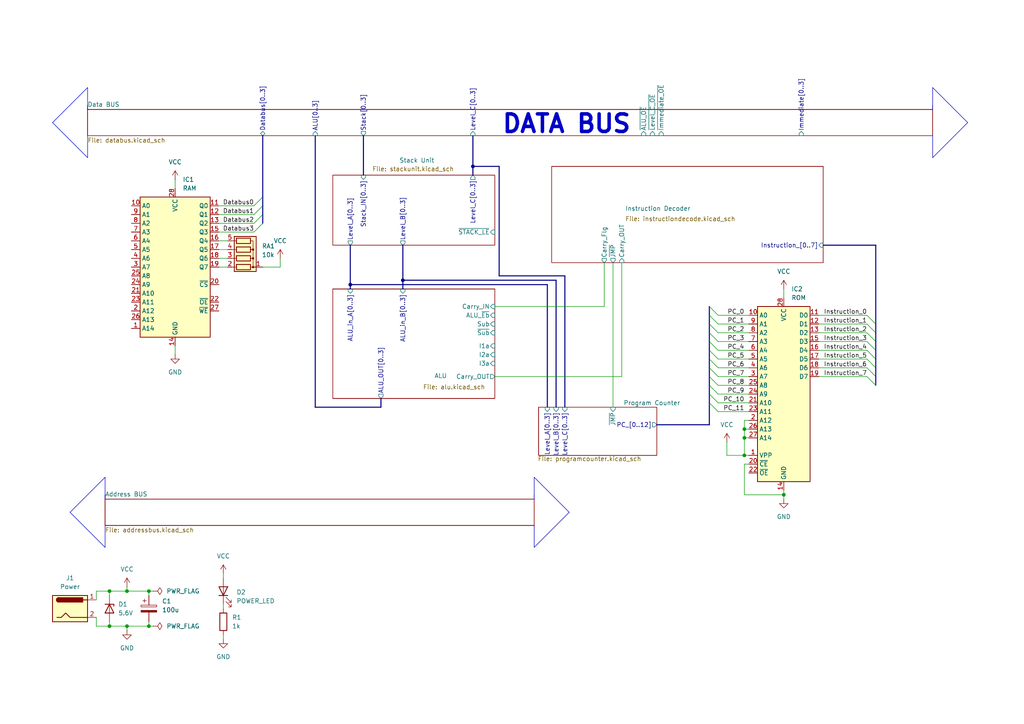
<source format=kicad_sch>
(kicad_sch (version 20231120) (generator "eeschema") (generator_version "8.0")
  (paper "A4")
  (title_block (title "CPU"))
  (lib_symbols
    (symbol "Connector:Barrel_Jack" (pin_names (offset 1.016))
      (property "Reference" "J" (at 0 5.334 0))
      (property "Value" "Barrel_Jack" (at 0 -5.08 0))
      (symbol "Barrel_Jack_0_1"
        (rectangle (start -5.08 3.81) (end 5.08 -3.81) (stroke (width 0.254)) (fill (type background)))
        (arc (start -3.302 3.175) (mid -3.9343 2.54) (end -3.302 1.905) (stroke (width 0.254)))
        (arc (start -3.302 3.175) (mid -3.9343 2.54) (end -3.302 1.905) (stroke (width 0.254)) (fill (type outline)))
        (polyline (pts (xy 5.08 2.54) (xy 3.81 2.54)) (stroke (width 0.254)))
        (polyline (pts (xy -3.81 -2.54) (xy -2.54 -2.54) (xy -1.27 -1.27) (xy 0 -2.54) (xy 2.54 -2.54) (xy 5.08 -2.54)) (stroke (width 0.254)))
        (rectangle (start 3.683 3.175) (end -3.302 1.905) (stroke (width 0.254)) (fill (type outline)))
      )
      (symbol "Barrel_Jack_1_1"
        (pin passive line (at 7.62 2.54 180) (length 2.54) (name "~") (number "1"))
        (pin passive line (at 7.62 -2.54 180) (length 2.54) (name "~") (number "2"))
      )
    )
    (symbol "Device:C_Polarized" (pin_numbers hide) (pin_names (offset 0.254))
      (property "Reference" "C" (at 0.635 2.54 0))
      (property "Value" "C_Polarized" (at 0.635 -2.54 0))
      (symbol "C_Polarized_0_1"
        (rectangle (start -2.286 0.508) (end 2.286 1.016))
        (polyline (pts (xy -1.778 2.286) (xy -0.762 2.286)))
        (polyline (pts (xy -1.27 2.794) (xy -1.27 1.778)))
        (rectangle (start 2.286 -0.508) (end -2.286 -1.016) (fill (type outline)))
      )
      (symbol "C_Polarized_1_1"
        (pin passive line (at 0 3.81 270) (length 2.794) (name "~") (number "1"))
        (pin passive line (at 0 -3.81 90) (length 2.794) (name "~") (number "2"))
      )
    )
    (symbol "Device:D_Zener" (pin_numbers hide) (pin_names (offset 1.016) hide)
      (property "Reference" "D" (at 0 2.54 0))
      (property "Value" "D_Zener" (at 0 -2.54 0))
      (symbol "D_Zener_0_1"
        (polyline (pts (xy 1.27 0) (xy -1.27 0)))
        (polyline (pts (xy -1.27 -1.27) (xy -1.27 1.27) (xy -0.762 1.27)) (stroke (width 0.254)))
        (polyline (pts (xy 1.27 -1.27) (xy 1.27 1.27) (xy -1.27 0) (xy 1.27 -1.27)) (stroke (width 0.254)))
      )
      (symbol "D_Zener_1_1"
        (pin passive line (at -3.81 0 0) (length 2.54) (name "K") (number "1"))
        (pin passive line (at 3.81 0 180) (length 2.54) (name "A") (number "2"))
      )
    )
    (symbol "Device:LED" (pin_numbers hide) (pin_names (offset 1.016) hide)
      (property "Reference" "D" (at 0 2.54 0))
      (property "Value" "LED" (at 0 -2.54 0))
      (symbol "LED_0_1"
        (polyline (pts (xy -1.27 -1.27) (xy -1.27 1.27)) (stroke (width 0.254)))
        (polyline (pts (xy -1.27 0) (xy 1.27 0)))
        (polyline (pts (xy 1.27 -1.27) (xy 1.27 1.27) (xy -1.27 0) (xy 1.27 -1.27)) (stroke (width 0.254)))
        (polyline (pts (xy -3.048 -0.762) (xy -4.572 -2.286) (xy -3.81 -2.286) (xy -4.572 -2.286) (xy -4.572 -1.524)))
        (polyline (pts (xy -1.778 -0.762) (xy -3.302 -2.286) (xy -2.54 -2.286) (xy -3.302 -2.286) (xy -3.302 -1.524)))
      )
      (symbol "LED_1_1"
        (pin passive line (at -3.81 0 0) (length 2.54) (name "K") (number "1"))
        (pin passive line (at 3.81 0 180) (length 2.54) (name "A") (number "2"))
      )
    )
    (symbol "Device:R" (pin_numbers hide) (pin_names (offset 0))
      (property "Reference" "R" (at 2.032 0 90))
      (property "Value" "R" (at 0 0 90))
      (symbol "R_0_1"
        (rectangle (start -1.016 -2.54) (end 1.016 2.54) (stroke (width 0.254)))
      )
      (symbol "R_1_1"
        (pin passive line (at 0 3.81 270) (length 1.27) (name "~") (number "1"))
        (pin passive line (at 0 -3.81 90) (length 1.27) (name "~") (number "2"))
      )
    )
    (symbol "Device:R_Network04" (pin_names (offset 0) hide)
      (property "Reference" "RN" (at -7.62 0 90))
      (property "Value" "R_Network04" (at 5.08 0 90))
      (symbol "R_Network04_0_1"
        (rectangle (start -6.35 -3.175) (end 3.81 3.175) (stroke (width 0.254)) (fill (type background)))
        (rectangle (start -5.842 1.524) (end -4.318 -2.54) (stroke (width 0.254)))
        (circle (center -5.08 2.286) (radius 0.254) (fill (type outline)))
        (rectangle (start -3.302 1.524) (end -1.778 -2.54) (stroke (width 0.254)))
        (circle (center -2.54 2.286) (radius 0.254) (fill (type outline)))
        (rectangle (start -0.762 1.524) (end 0.762 -2.54) (stroke (width 0.254)))
        (polyline (pts (xy -5.08 -2.54) (xy -5.08 -3.81)))
        (polyline (pts (xy -2.54 -2.54) (xy -2.54 -3.81)))
        (polyline (pts (xy 0 -2.54) (xy 0 -3.81)))
        (polyline (pts (xy 2.54 -2.54) (xy 2.54 -3.81)))
        (polyline (pts (xy -5.08 1.524) (xy -5.08 2.286) (xy -2.54 2.286) (xy -2.54 1.524)))
        (polyline (pts (xy -2.54 1.524) (xy -2.54 2.286) (xy 0 2.286) (xy 0 1.524)))
        (polyline (pts (xy 0 1.524) (xy 0 2.286) (xy 2.54 2.286) (xy 2.54 1.524)))
        (circle (center 0 2.286) (radius 0.254) (fill (type outline)))
        (rectangle (start 1.778 1.524) (end 3.302 -2.54) (stroke (width 0.254)))
      )
      (symbol "R_Network04_1_1"
        (pin passive line (at -5.08 5.08 270) (length 2.54) (name "common") (number "1"))
        (pin passive line (at -5.08 -5.08 90) (length 1.27) (name "R1") (number "2"))
        (pin passive line (at -2.54 -5.08 90) (length 1.27) (name "R2") (number "3"))
        (pin passive line (at 0 -5.08 90) (length 1.27) (name "R3") (number "4"))
        (pin passive line (at 2.54 -5.08 90) (length 1.27) (name "R4") (number "5"))
      )
    )
    (symbol "Memory_EPROM:27256"
      (property "Reference" "U" (at -7.62 26.67 0))
      (property "Value" "27256" (at 2.54 -26.67 0))
      (symbol "27256_1_1"
        (rectangle (start -7.62 25.4) (end 7.62 -25.4) (stroke (width 0.254)) (fill (type background)))
        (pin input line (at -10.16 -17.78 0) (length 2.54) (name "VPP") (number "1"))
        (pin input line (at -10.16 22.86 0) (length 2.54) (name "A0") (number "10"))
        (pin tri_state line (at 10.16 22.86 180) (length 2.54) (name "D0") (number "11"))
        (pin tri_state line (at 10.16 20.32 180) (length 2.54) (name "D1") (number "12"))
        (pin tri_state line (at 10.16 17.78 180) (length 2.54) (name "D2") (number "13"))
        (pin power_in line (at 0 -27.94 90) (length 2.54) (name "GND") (number "14"))
        (pin tri_state line (at 10.16 15.24 180) (length 2.54) (name "D3") (number "15"))
        (pin tri_state line (at 10.16 12.7 180) (length 2.54) (name "D4") (number "16"))
        (pin tri_state line (at 10.16 10.16 180) (length 2.54) (name "D5") (number "17"))
        (pin tri_state line (at 10.16 7.62 180) (length 2.54) (name "D6") (number "18"))
        (pin tri_state line (at 10.16 5.08 180) (length 2.54) (name "D7") (number "19"))
        (pin input line (at -10.16 -7.62 0) (length 2.54) (name "A12") (number "2"))
        (pin input line (at -10.16 -20.32 0) (length 2.54) (name "~{CE}") (number "20"))
        (pin input line (at -10.16 -2.54 0) (length 2.54) (name "A10") (number "21"))
        (pin input line (at -10.16 -22.86 0) (length 2.54) (name "~{OE}") (number "22"))
        (pin input line (at -10.16 -5.08 0) (length 2.54) (name "A11") (number "23"))
        (pin input line (at -10.16 0 0) (length 2.54) (name "A9") (number "24"))
        (pin input line (at -10.16 2.54 0) (length 2.54) (name "A8") (number "25"))
        (pin input line (at -10.16 -10.16 0) (length 2.54) (name "A13") (number "26"))
        (pin input line (at -10.16 -12.7 0) (length 2.54) (name "A14") (number "27"))
        (pin power_in line (at 0 27.94 270) (length 2.54) (name "VCC") (number "28"))
        (pin input line (at -10.16 5.08 0) (length 2.54) (name "A7") (number "3"))
        (pin input line (at -10.16 7.62 0) (length 2.54) (name "A6") (number "4"))
        (pin input line (at -10.16 10.16 0) (length 2.54) (name "A5") (number "5"))
        (pin input line (at -10.16 12.7 0) (length 2.54) (name "A4") (number "6"))
        (pin input line (at -10.16 15.24 0) (length 2.54) (name "A3") (number "7"))
        (pin input line (at -10.16 17.78 0) (length 2.54) (name "A2") (number "8"))
        (pin input line (at -10.16 20.32 0) (length 2.54) (name "A1") (number "9"))
      )
    )
    (symbol "Memory_RAM:HM62256BLP"
      (property "Reference" "U" (at -10.16 20.955 0))
      (property "Value" "HM62256BLP" (at 2.54 20.955 0))
      (symbol "HM62256BLP_0_0"
        (pin power_in line (at 0 -22.86 90) (length 2.54) (name "GND") (number "14"))
        (pin power_in line (at 0 22.86 270) (length 2.54) (name "VCC") (number "28"))
      )
      (symbol "HM62256BLP_0_1"
        (rectangle (start -10.16 20.32) (end 10.16 -20.32) (stroke (width 0.254)) (fill (type background)))
      )
      (symbol "HM62256BLP_1_1"
        (pin input line (at -12.7 -17.78 0) (length 2.54) (name "A14") (number "1"))
        (pin input line (at -12.7 17.78 0) (length 2.54) (name "A0") (number "10"))
        (pin tri_state line (at 12.7 17.78 180) (length 2.54) (name "Q0") (number "11"))
        (pin tri_state line (at 12.7 15.24 180) (length 2.54) (name "Q1") (number "12"))
        (pin tri_state line (at 12.7 12.7 180) (length 2.54) (name "Q2") (number "13"))
        (pin tri_state line (at 12.7 10.16 180) (length 2.54) (name "Q3") (number "15"))
        (pin tri_state line (at 12.7 7.62 180) (length 2.54) (name "Q4") (number "16"))
        (pin tri_state line (at 12.7 5.08 180) (length 2.54) (name "Q5") (number "17"))
        (pin tri_state line (at 12.7 2.54 180) (length 2.54) (name "Q6") (number "18"))
        (pin tri_state line (at 12.7 0 180) (length 2.54) (name "Q7") (number "19"))
        (pin input line (at -12.7 -12.7 0) (length 2.54) (name "A12") (number "2"))
        (pin input line (at 12.7 -5.08 180) (length 2.54) (name "~{CS}") (number "20"))
        (pin input line (at -12.7 -7.62 0) (length 2.54) (name "A10") (number "21"))
        (pin input line (at 12.7 -10.16 180) (length 2.54) (name "~{OE}") (number "22"))
        (pin input line (at -12.7 -10.16 0) (length 2.54) (name "A11") (number "23"))
        (pin input line (at -12.7 -5.08 0) (length 2.54) (name "A9") (number "24"))
        (pin input line (at -12.7 -2.54 0) (length 2.54) (name "A8") (number "25"))
        (pin input line (at -12.7 -15.24 0) (length 2.54) (name "A13") (number "26"))
        (pin input line (at 12.7 -12.7 180) (length 2.54) (name "~{WE}") (number "27"))
        (pin input line (at -12.7 0 0) (length 2.54) (name "A7") (number "3"))
        (pin input line (at -12.7 2.54 0) (length 2.54) (name "A6") (number "4"))
        (pin input line (at -12.7 5.08 0) (length 2.54) (name "A5") (number "5"))
        (pin input line (at -12.7 7.62 0) (length 2.54) (name "A4") (number "6"))
        (pin input line (at -12.7 10.16 0) (length 2.54) (name "A3") (number "7"))
        (pin input line (at -12.7 12.7 0) (length 2.54) (name "A2") (number "8"))
        (pin input line (at -12.7 15.24 0) (length 2.54) (name "A1") (number "9"))
      )
    )
    (symbol "power:GND" (power) (pin_numbers hide) (pin_names (offset 0) hide)
      (property "Value" "GND" (at 0 -3.81 0))
      (symbol "GND_0_1"
        (polyline (pts (xy 0 0) (xy 0 -1.27) (xy 1.27 -1.27) (xy 0 -2.54) (xy -1.27 -1.27) (xy 0 -1.27)))
      )
      (symbol "GND_1_1"
        (pin power_in line (at 0 0 270) (length 0) (name "~") (number "1"))
      )
    )
    (symbol "power:PWR_FLAG" (power) (pin_numbers hide) (pin_names (offset 0) hide)
      (property "Value" "PWR_FLAG" (at 0 3.81 0))
      (symbol "PWR_FLAG_0_0"
        (pin power_out line (at 0 0 90) (length 0) (name "~") (number "1"))
      )
      (symbol "PWR_FLAG_0_1"
        (polyline (pts (xy 0 0) (xy 0 1.27) (xy -1.016 1.905) (xy 0 2.54) (xy 1.016 1.905) (xy 0 1.27)))
      )
    )
    (symbol "power:VCC" (power) (pin_numbers hide) (pin_names (offset 0) hide)
      (property "Value" "VCC" (at 0 3.556 0))
      (symbol "VCC_0_1"
        (polyline (pts (xy -0.762 1.27) (xy 0 2.54)))
        (polyline (pts (xy 0 0) (xy 0 2.54)))
        (polyline (pts (xy 0 2.54) (xy 0.762 1.27)))
      )
      (symbol "VCC_1_1"
        (pin power_in line (at 0 0 90) (length 0) (name "~") (number "1"))
      )
    )
  )
  (junction (at 116.84 81.28))
  (junction (at 101.6 82.55))
  (junction (at 227.33 143.51))
  (junction (at 43.18 181.61))
  (junction (at 215.9 127))
  (junction (at 43.18 171.45))
  (junction (at 215.9 124.46))
  (junction (at 31.75 181.61))
  (junction (at 36.83 181.61))
  (junction (at 36.83 171.45))
  (junction (at 31.75 171.45))
  (junction (at 137.16 48.26))
  (junction (at 215.9 132.08))
  (bus_entry (at 205.74 106.68) (size 2.54 2.54))
  (bus_entry (at 251.46 91.44) (size 2.54 2.54))
  (bus_entry (at 251.46 99.06) (size 2.54 2.54))
  (bus_entry (at 205.74 101.6) (size 2.54 2.54))
  (bus_entry (at 73.66 64.77) (size 2.54 -2.54))
  (bus_entry (at 251.46 109.22) (size 2.54 2.54))
  (bus_entry (at 205.74 114.3) (size 2.54 2.54))
  (bus_entry (at 251.46 93.98) (size 2.54 2.54))
  (bus_entry (at 205.74 88.9) (size 2.54 2.54))
  (bus_entry (at 73.66 67.31) (size 2.54 -2.54))
  (bus_entry (at 251.46 101.6) (size 2.54 2.54))
  (bus_entry (at 205.74 96.52) (size 2.54 2.54))
  (bus_entry (at 205.74 111.76) (size 2.54 2.54))
  (bus_entry (at 205.74 99.06) (size 2.54 2.54))
  (bus_entry (at 205.74 93.98) (size 2.54 2.54))
  (bus_entry (at 205.74 116.84) (size 2.54 2.54))
  (bus_entry (at 251.46 104.14) (size 2.54 2.54))
  (bus_entry (at 205.74 104.14) (size 2.54 2.54))
  (bus_entry (at 76.2 57.15) (size -2.54 2.54))
  (bus_entry (at 251.46 106.68) (size 2.54 2.54))
  (bus_entry (at 205.74 109.22) (size 2.54 2.54))
  (bus_entry (at 205.74 91.44) (size 2.54 2.54))
  (bus_entry (at 251.46 96.52) (size 2.54 2.54))
  (bus_entry (at 73.66 62.23) (size 2.54 -2.54))
  (polyline (pts (xy 280.67 35.56) (xy 270.51 45.72)))
  (wire (pts (xy 50.8 52.07) (xy 50.8 54.61)))
  (wire (pts (xy 43.18 171.45) (xy 36.83 171.45)))
  (bus (pts (xy 76.2 39.37) (xy 76.2 57.15)))
  (wire (pts (xy 208.28 99.06) (xy 217.17 99.06)))
  (wire (pts (xy 64.77 166.37) (xy 64.77 167.64)))
  (wire (pts (xy 215.9 124.46) (xy 215.9 121.92)))
  (bus (pts (xy 254 71.12) (xy 238.76 71.12)))
  (wire (pts (xy 177.8 76.2) (xy 177.8 118.11)))
  (wire (pts (xy 50.8 102.87) (xy 50.8 100.33)))
  (wire (pts (xy 63.5 64.77) (xy 73.66 64.77)))
  (bus (pts (xy 91.44 118.11) (xy 110.49 118.11)))
  (wire (pts (xy 208.28 114.3) (xy 217.17 114.3)))
  (polyline (pts (xy 15.24 35.56) (xy 25.4 45.72)))
  (bus (pts (xy 137.16 48.26) (xy 137.16 50.8)))
  (wire (pts (xy 27.94 171.45) (xy 31.75 171.45)))
  (wire (pts (xy 215.9 143.51) (xy 215.9 134.62)))
  (bus (pts (xy 254 71.12) (xy 254 93.98)))
  (wire (pts (xy 208.28 116.84) (xy 217.17 116.84)))
  (wire (pts (xy 210.82 128.27) (xy 210.82 132.08)))
  (bus (pts (xy 254 106.68) (xy 254 109.22)))
  (wire (pts (xy 237.49 93.98) (xy 251.46 93.98)))
  (wire (pts (xy 73.66 59.69) (xy 63.5 59.69)))
  (wire (pts (xy 215.9 132.08) (xy 215.9 127)))
  (wire (pts (xy 31.75 171.45) (xy 36.83 171.45)))
  (bus (pts (xy 205.74 114.3) (xy 205.74 111.76)))
  (bus (pts (xy 105.41 39.37) (xy 105.41 50.8)))
  (polyline (pts (xy 30.48 143.51) (xy 30.48 144.78)))
  (bus (pts (xy 205.74 91.44) (xy 205.74 93.98)))
  (bus (pts (xy 158.75 118.11) (xy 158.75 82.55)))
  (bus (pts (xy 205.74 88.9) (xy 205.74 91.44)))
  (bus (pts (xy 205.74 116.84) (xy 205.74 114.3)))
  (polyline (pts (xy 30.48 138.43) (xy 30.48 144.78)))
  (wire (pts (xy 237.49 96.52) (xy 251.46 96.52)))
  (polyline (pts (xy 280.67 35.56) (xy 270.51 25.4)))
  (wire (pts (xy 208.28 106.68) (xy 217.17 106.68)))
  (polyline (pts (xy 154.94 143.51) (xy 154.94 144.78)))
  (bus (pts (xy 116.84 71.12) (xy 116.84 81.28)))
  (wire (pts (xy 215.9 134.62) (xy 217.17 134.62)))
  (polyline (pts (xy 15.24 35.56) (xy 25.4 25.4)))
  (wire (pts (xy 180.34 76.2) (xy 180.34 109.22)))
  (bus (pts (xy 163.83 80.01) (xy 144.78 80.01)))
  (wire (pts (xy 237.49 99.06) (xy 251.46 99.06)))
  (wire (pts (xy 208.28 111.76) (xy 217.17 111.76)))
  (wire (pts (xy 31.75 180.34) (xy 31.75 181.61)))
  (polyline (pts (xy 154.94 152.4) (xy 154.94 158.75)))
  (wire (pts (xy 27.94 171.45) (xy 27.94 173.99)))
  (bus (pts (xy 254 93.98) (xy 254 96.52)))
  (wire (pts (xy 237.49 91.44) (xy 251.46 91.44)))
  (wire (pts (xy 237.49 101.6) (xy 251.46 101.6)))
  (polyline (pts (xy 20.32 148.59) (xy 30.48 158.75)))
  (wire (pts (xy 215.9 124.46) (xy 217.17 124.46)))
  (bus (pts (xy 76.2 62.23) (xy 76.2 64.77)))
  (bus (pts (xy 205.74 104.14) (xy 205.74 106.68)))
  (bus (pts (xy 254 96.52) (xy 254 99.06)))
  (wire (pts (xy 63.5 67.31) (xy 73.66 67.31)))
  (bus (pts (xy 254 99.06) (xy 254 101.6)))
  (bus (pts (xy 163.83 118.11) (xy 163.83 80.01)))
  (bus (pts (xy 205.74 101.6) (xy 205.74 99.06)))
  (wire (pts (xy 43.18 171.45) (xy 43.18 172.72)))
  (polyline (pts (xy 270.51 39.37) (xy 270.51 45.72)))
  (bus (pts (xy 161.29 118.11) (xy 161.29 81.28)))
  (bus (pts (xy 101.6 71.12) (xy 101.6 82.55)))
  (wire (pts (xy 215.9 132.08) (xy 217.17 132.08)))
  (wire (pts (xy 208.28 109.22) (xy 217.17 109.22)))
  (polyline (pts (xy 270.51 25.4) (xy 270.51 31.75)))
  (wire (pts (xy 64.77 184.15) (xy 64.77 185.42)))
  (polyline (pts (xy 25.4 25.4) (xy 25.4 31.75)))
  (wire (pts (xy 175.26 76.2) (xy 175.26 88.9)))
  (wire (pts (xy 81.28 74.93) (xy 81.28 77.47)))
  (wire (pts (xy 215.9 121.92) (xy 217.17 121.92)))
  (bus (pts (xy 254 109.22) (xy 254 111.76)))
  (bus (pts (xy 110.49 118.11) (xy 110.49 115.57)))
  (wire (pts (xy 210.82 132.08) (xy 215.9 132.08)))
  (wire (pts (xy 27.94 179.07) (xy 27.94 181.61)))
  (wire (pts (xy 31.75 181.61) (xy 36.83 181.61)))
  (bus (pts (xy 76.2 57.15) (xy 76.2 59.69)))
  (polyline (pts (xy 25.4 39.37) (xy 25.4 45.72)))
  (bus (pts (xy 205.74 104.14) (xy 205.74 101.6)))
  (bus (pts (xy 116.84 81.28) (xy 116.84 83.82)))
  (bus (pts (xy 190.5 123.19) (xy 205.74 123.19)))
  (polyline (pts (xy 165.1 148.59) (xy 154.94 158.75)))
  (wire (pts (xy 227.33 143.51) (xy 215.9 143.51)))
  (bus (pts (xy 158.75 82.55) (xy 101.6 82.55)))
  (wire (pts (xy 227.33 83.82) (xy 227.33 86.36)))
  (bus (pts (xy 76.2 59.69) (xy 76.2 62.23)))
  (wire (pts (xy 63.5 77.47) (xy 66.04 77.47)))
  (bus (pts (xy 161.29 81.28) (xy 116.84 81.28)))
  (wire (pts (xy 208.28 91.44) (xy 217.17 91.44)))
  (wire (pts (xy 43.18 181.61) (xy 36.83 181.61)))
  (wire (pts (xy 208.28 101.6) (xy 217.17 101.6)))
  (wire (pts (xy 208.28 96.52) (xy 217.17 96.52)))
  (wire (pts (xy 36.83 170.18) (xy 36.83 171.45)))
  (wire (pts (xy 31.75 171.45) (xy 31.75 172.72)))
  (wire (pts (xy 237.49 106.68) (xy 251.46 106.68)))
  (wire (pts (xy 215.9 127) (xy 217.17 127)))
  (polyline (pts (xy 30.48 152.4) (xy 30.48 158.75)))
  (wire (pts (xy 175.26 88.9) (xy 143.51 88.9)))
  (wire (pts (xy 63.5 62.23) (xy 73.66 62.23)))
  (wire (pts (xy 227.33 143.51) (xy 227.33 144.78)))
  (bus (pts (xy 144.78 80.01) (xy 144.78 48.26)))
  (bus (pts (xy 205.74 109.22) (xy 205.74 106.68)))
  (wire (pts (xy 180.34 109.22) (xy 143.51 109.22)))
  (polyline (pts (xy 165.1 148.59) (xy 154.94 138.43)))
  (wire (pts (xy 208.28 104.14) (xy 217.17 104.14)))
  (wire (pts (xy 237.49 109.22) (xy 251.46 109.22)))
  (wire (pts (xy 36.83 182.88) (xy 36.83 181.61)))
  (wire (pts (xy 44.45 181.61) (xy 43.18 181.61)))
  (wire (pts (xy 63.5 72.39) (xy 66.04 72.39)))
  (wire (pts (xy 81.28 77.47) (xy 76.2 77.47)))
  (wire (pts (xy 63.5 74.93) (xy 66.04 74.93)))
  (bus (pts (xy 254 104.14) (xy 254 106.68)))
  (wire (pts (xy 27.94 181.61) (xy 31.75 181.61)))
  (bus (pts (xy 137.16 39.37) (xy 137.16 48.26)))
  (wire (pts (xy 215.9 127) (xy 215.9 124.46)))
  (wire (pts (xy 237.49 104.14) (xy 251.46 104.14)))
  (bus (pts (xy 144.78 48.26) (xy 137.16 48.26)))
  (wire (pts (xy 63.5 69.85) (xy 66.04 69.85)))
  (polyline (pts (xy 270.51 30.48) (xy 270.51 31.75)))
  (bus (pts (xy 205.74 123.19) (xy 205.74 116.84)))
  (bus (pts (xy 254 101.6) (xy 254 104.14)))
  (bus (pts (xy 91.44 39.37) (xy 91.44 118.11)))
  (wire (pts (xy 227.33 142.24) (xy 227.33 143.51)))
  (bus (pts (xy 205.74 99.06) (xy 205.74 96.52)))
  (wire (pts (xy 208.28 93.98) (xy 217.17 93.98)))
  (wire (pts (xy 44.45 171.45) (xy 43.18 171.45)))
  (bus (pts (xy 205.74 111.76) (xy 205.74 109.22)))
  (polyline (pts (xy 20.32 148.59) (xy 30.48 138.43)))
  (polyline (pts (xy 154.94 138.43) (xy 154.94 144.78)))
  (bus (pts (xy 205.74 93.98) (xy 205.74 96.52)))
  (polyline (pts (xy 25.4 30.48) (xy 25.4 31.75)))
  (bus (pts (xy 101.6 82.55) (xy 101.6 83.82)))
  (wire (pts (xy 43.18 180.34) (xy 43.18 181.61)))
  (wire (pts (xy 64.77 175.26) (xy 64.77 176.53)))
  (wire (pts (xy 217.17 119.38) (xy 208.28 119.38)))
  (text "DATA BUS" (exclude_from_sim yes) (at 164.338 36.068 0) (effects (font (size 5.08 5.08) (thickness 1.016) (bold yes))))
  (label "Instruction_4" (at 251.46 101.6 180))
  (label "Instruction_3" (at 251.46 99.06 180))
  (label "PC_5" (at 215.9 104.14 180))
  (label "Instruction_2" (at 251.46 96.52 180))
  (label "PC_4" (at 215.9 101.6 180))
  (label "PC_9" (at 215.9 114.3 180))
  (label "PC_0" (at 215.9 91.44 180))
  (label "Databus1" (at 73.66 62.23 180))
  (label "PC_3" (at 215.9 99.06 180))
  (label "PC_6" (at 215.9 106.68 180))
  (label "PC_1" (at 215.9 93.98 180))
  (label "PC_8" (at 215.9 111.76 180))
  (label "Instruction_6" (at 251.46 106.68 180))
  (label "Databus2" (at 73.66 64.77 180))
  (label "Databus0" (at 73.66 59.69 180))
  (label "Databus3" (at 73.66 67.31 180))
  (label "PC_7" (at 215.9 109.22 180))
  (label "Instruction_0" (at 251.46 91.44 180))
  (label "PC_10" (at 215.9 116.84 180))
  (label "Instruction_7" (at 251.46 109.22 180))
  (label "PC_2" (at 215.9 96.52 180))
  (label "Instruction_5" (at 251.46 104.14 180))
  (label "PC_11" (at 215.9 119.38 180))
  (label "Instruction_1" (at 251.46 93.98 180))
  (symbol (lib_id "power:PWR_FLAG") (at 44.45 171.45 270) (unit 1)
    (property "Reference" "#FLG01" (effects (hide yes)))
    (property "Value" "PWR_FLAG" (at 48.26 171.4499 90) (effects (justify left)))
    (property "Description" "Special symbol for telling ERC where power comes from" (effects (hide yes)))
  )
  (symbol (lib_id "power:GND") (at 50.8 102.87 0) (unit 1)
    (property "Reference" "#PWR04" (effects (hide yes)))
    (property "Value" "GND" (at 50.8 107.95 0))
    (property "Description" "Power symbol creates a global label with name \"GND\" , ground" (effects (hide yes)))
  )
  (symbol (lib_id "power:GND") (at 227.33 144.78 0) (unit 1)
    (property "Reference" "#PWR010" (effects (hide yes)))
    (property "Value" "GND" (at 227.33 149.86 0))
    (property "Description" "Power symbol creates a global label with name \"GND\" , ground" (effects (hide yes)))
  )
  (symbol (lib_id "power:PWR_FLAG") (at 44.45 181.61 270) (unit 1)
    (property "Reference" "#FLG02" (effects (hide yes)))
    (property "Value" "PWR_FLAG" (at 48.26 181.6099 90) (effects (justify left)))
    (property "Description" "Special symbol for telling ERC where power comes from" (effects (hide yes)))
  )
  (symbol (lib_id "power:VCC") (at 64.77 166.37 0) (unit 1)
    (property "Reference" "#PWR05" (effects (hide yes)))
    (property "Value" "VCC" (at 64.77 161.29 0))
    (property "Description" "Power symbol creates a global label with name \"VCC\"" (effects (hide yes)))
  )
  (symbol (lib_id "Device:LED") (at 64.77 171.45 90) (unit 1)
    (property "Reference" "D2" (at 68.58 171.7674 90) (effects (justify right)))
    (property "Value" "POWER_LED" (at 68.58 174.3074 90) (effects (justify right)))
    (property "Description" "Light emitting diode" (effects (hide yes)))
  )
  (symbol (lib_id "power:VCC") (at 50.8 52.07 0) (unit 1)
    (property "Reference" "#PWR03" (effects (hide yes)))
    (property "Value" "VCC" (at 50.8 46.99 0))
    (property "Description" "Power symbol creates a global label with name \"VCC\"" (effects (hide yes)))
  )
  (symbol (lib_id "power:GND") (at 64.77 185.42 0) (unit 1)
    (property "Reference" "#PWR06" (effects (hide yes)))
    (property "Value" "GND" (at 64.77 190.5 0))
    (property "Description" "Power symbol creates a global label with name \"GND\" , ground" (effects (hide yes)))
  )
  (symbol (lib_id "Memory_RAM:HM62256BLP") (at 50.8 77.47 0) (unit 1)
    (property "Reference" "IC1" (at 52.9941 52.07 0) (effects (justify left)))
    (property "Value" "RAM" (at 52.9941 54.61 0) (effects (justify left)))
    (property "Footprint" "Package_DIP:DIP-28_W15.24mm" (effects (hide yes)))
    (property "Datasheet" "https://web.mit.edu/6.115/www/document/62256.pdf" (effects (hide yes)))
    (property "Description" "32,768-word × 8-bit High Speed CMOS Static RAM, 70ns, DIP-28" (effects (hide yes)))
  )
  (symbol (lib_id "Device:C_Polarized") (at 43.18 176.53 0) (unit 1)
    (property "Reference" "C1" (at 46.99 174.3709 0) (effects (justify left)))
    (property "Value" "100u" (at 46.99 176.9109 0) (effects (justify left)))
    (property "Description" "Polarized capacitor" (effects (hide yes)))
  )
  (symbol (lib_id "power:VCC") (at 36.83 170.18 0) (unit 1)
    (property "Reference" "#PWR01" (effects (hide yes)))
    (property "Value" "VCC" (at 36.83 165.1 0))
    (property "Description" "Power symbol creates a global label with name \"VCC\"" (effects (hide yes)))
  )
  (symbol (lib_id "power:VCC") (at 227.33 83.82 0) (unit 1)
    (property "Reference" "#PWR09" (effects (hide yes)))
    (property "Value" "VCC" (at 227.33 78.74 0))
    (property "Description" "Power symbol creates a global label with name \"VCC\"" (effects (hide yes)))
  )
  (symbol (lib_id "power:VCC") (at 210.82 128.27 0) (unit 1)
    (property "Reference" "#PWR08" (effects (hide yes)))
    (property "Value" "VCC" (at 210.82 123.19 0))
    (property "Description" "Power symbol creates a global label with name \"VCC\"" (effects (hide yes)))
  )
  (symbol (lib_id "Device:R_Network04") (at 71.12 72.39 270) (mirror x) (unit 1)
    (property "Reference" "RA1" (at 75.946 71.374 90) (effects (justify left)))
    (property "Value" "10k" (at 75.946 73.914 90) (effects (justify left)))
    (property "Footprint" "Resistor_THT:R_Array_SIP5" (effects (hide yes)))
    (property "Datasheet" "http://www.vishay.com/docs/31509/csc.pdf" (effects (hide yes)))
    (property "Description" "4 resistor network, star topology, bussed resistors, small symbol" (effects (hide yes)))
  )
  (symbol (lib_id "Connector:Barrel_Jack") (at 20.32 176.53 0) (unit 1)
    (property "Reference" "J1" (at 20.32 167.64 0))
    (property "Value" "Power" (at 20.32 170.18 0))
    (property "Description" "DC Barrel Jack" (effects (hide yes)))
  )
  (symbol (lib_id "power:GND") (at 36.83 182.88 0) (unit 1)
    (property "Reference" "#PWR02" (effects (hide yes)))
    (property "Value" "GND" (at 36.83 187.96 0))
    (property "Description" "Power symbol creates a global label with name \"GND\" , ground" (effects (hide yes)))
  )
  (symbol (lib_id "power:VCC") (at 81.28 74.93 0) (unit 1)
    (property "Reference" "#PWR07" (effects (hide yes)))
    (property "Value" "VCC" (at 81.28 69.85 0))
    (property "Description" "Power symbol creates a global label with name \"VCC\"" (effects (hide yes)))
  )
  (symbol (lib_id "Device:D_Zener") (at 31.75 176.53 270) (unit 1)
    (property "Reference" "D1" (at 34.29 175.2599 90) (effects (justify left)))
    (property "Value" "5.6V" (at 34.29 177.7999 90) (effects (justify left)))
    (property "Description" "Zener diode" (effects (hide yes)))
  )
  (symbol (lib_id "Memory_EPROM:27256") (at 227.33 114.3 0) (unit 1)
    (property "Reference" "IC2" (at 229.5241 83.82 0) (effects (justify left)))
    (property "Value" "ROM" (at 229.5241 86.36 0) (effects (justify left)))
    (property "Footprint" "Package_DIP:DIP-28_W15.24mm" (effects (hide yes)))
    (property "Datasheet" "http://datasheet.octopart.com/D27256-2-Intel-datasheet-17852618.pdf" (effects (hide yes)))
    (property "Description" "UV Erasable EPROM 256 KiBit, [Obsolete 2000-11]" (effects (hide yes)))
  )
  (symbol (lib_id "Device:R") (at 64.77 180.34 0) (unit 1)
    (property "Reference" "R1" (at 67.31 179.0699 0) (effects (justify left)))
    (property "Value" "1k" (at 67.31 181.6099 0) (effects (justify left)))
    (property "Description" "Resistor" (effects (hide yes)))
  )
  (sheet (at 30.48 144.78) (size 124.46 7.62) (stroke (width 0.1524))
    (property "Sheetname" "Address BUS" (at 30.48 144.0684 0) (effects (justify left bottom)))
    (property "Sheetfile" "addressbus.kicad_sch" (at 30.48 152.9846 0) (effects (justify left top)))
  )
  (sheet (at 160.02 48.26) (size 78.74 27.94) (stroke (width 0.1524))
    (property "Sheetname" "Instruction Decoder" (at 181.356 61.214 0) (effects (justify left bottom)))
    (property "Sheetfile" "instructiondecode.kicad_sch" (at 181.356 62.738 0) (effects (justify left top)))
    (pin "~{JMP}" output (at 177.8 76.2 270))
    (pin "Instruction_[0..7]" input (at 238.76 71.12 0))
    (pin "Carry_OUT" input (at 180.34 76.2 270))
    (pin "Carry_Flg" output (at 175.26 76.2 270))
  )
  (sheet (at 96.52 50.8) (size 46.99 20.32) (stroke (width 0.1524))
    (property "Sheetname" "Stack Unit" (at 115.824 47.244 0) (effects (justify left bottom)))
    (property "Sheetfile" "stackunit.kicad_sch" (at 107.95 48.26 0) (effects (justify left top)))
    (pin "Level_A[0..3]" output (at 101.6 71.12 270))
    (pin "~{STACK_LE}" input (at 143.51 67.31 0))
    (pin "Level_C[0..3]" output (at 137.16 50.8 90))
    (pin "Level_B[0..3]" output (at 116.84 71.12 270))
    (pin "Stack_IN[0..3]" input (at 105.41 50.8 90))
  )
  (sheet (at 25.4 31.75) (size 245.11 7.62) (stroke (width 0.1524))
    (property "Sheetname" "Data BUS" (at 25.4 31.0384 0) (effects (justify left bottom)))
    (property "Sheetfile" "databus.kicad_sch" (at 25.4 39.9546 0) (effects (justify left top)))
    (pin "Level_C[0..3]" input (at 137.16 39.37 270))
    (pin "ALU[0..3]" input (at 91.44 39.37 270))
    (pin "Databus[0..3]" bidirectional (at 76.2 39.37 270))
    (pin "Immediate[0..3]" input (at 232.41 39.37 270))
    (pin "Stack[0..3]" output (at 105.41 39.37 270))
    (pin "~{ALU_OE}" input (at 186.69 39.37 270))
    (pin "~{Level_C_OE}" input (at 189.23 39.37 270))
    (pin "~{Immediate_OE}" input (at 191.77 39.37 270))
  )
  (sheet (at 96.52 83.82) (size 46.99 31.75) (stroke (width 0.1524))
    (property "Sheetname" "ALU" (at 125.984 109.728 0) (effects (justify left bottom)))
    (property "Sheetfile" "alu.kicad_sch" (at 122.682 111.506 0) (effects (justify left top)))
    (pin "ALU_in_A[0..3]" input (at 101.6 83.82 90))
    (pin "ALU_in_B[0..3]" input (at 116.84 83.82 90))
    (pin "ALU_~{Eb}" input (at 143.51 91.44 0))
    (pin "Carry_OUT" output (at 143.51 109.22 0))
    (pin "ALU_OUT[0..3]" output (at 110.49 115.57 270))
    (pin "Carry_IN" input (at 143.51 88.9 0))
    (pin "Sub" input (at 143.51 93.98 0))
    (pin "I1a" input (at 143.51 100.33 0))
    (pin "I2a" input (at 143.51 102.87 0))
    (pin "I3a" input (at 143.51 105.41 0))
    (pin "~{Sub}" input (at 143.51 96.52 0))
  )
  (sheet (at 156.21 118.11) (size 34.29 13.97) (stroke (width 0.1524))
    (property "Sheetname" "Program Counter" (at 180.848 117.602 0) (effects (justify left bottom)))
    (property "Sheetfile" "programcounter.kicad_sch" (at 155.956 132.334 0) (effects (justify left top)))
    (pin "PC_[0..12]" output (at 190.5 123.19 0))
    (pin "~{JMP}" input (at 177.8 118.11 90))
    (pin "Level_C[0..3]" input (at 163.83 118.11 90))
    (pin "Level_A[0..3]" input (at 158.75 118.11 90))
    (pin "Level_B[0..3]" input (at 161.29 118.11 90))
  )
)
</source>
